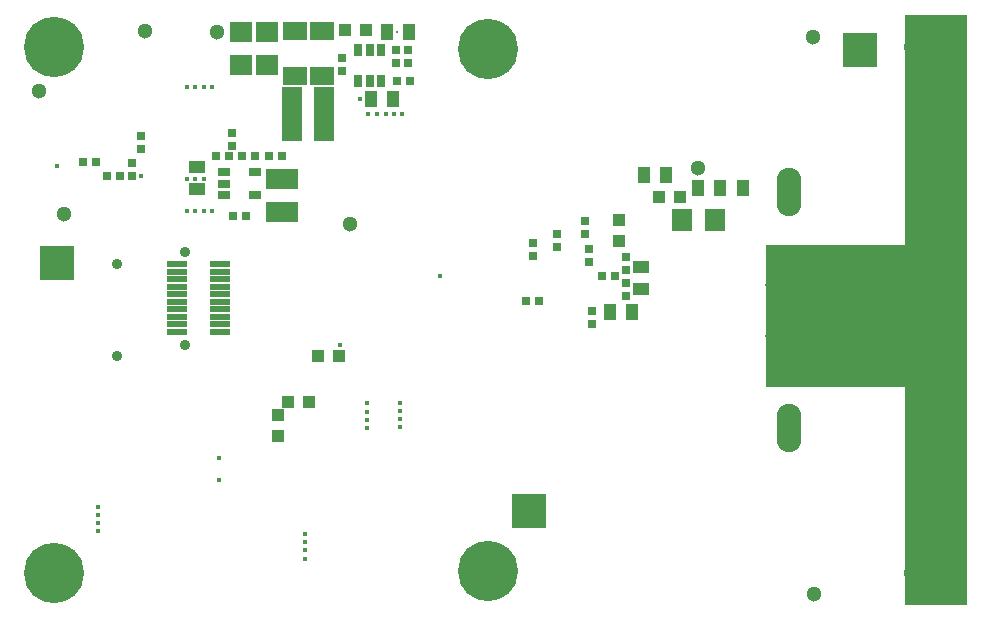
<source format=gbs>
G04 Layer_Color=16711935*
%FSLAX44Y44*%
%MOMM*%
G71*
G01*
G75*
%ADD73C,0.8000*%
%ADD105R,3.0000X3.0000*%
%ADD109R,1.0000X1.1000*%
%ADD111R,0.7000X0.7000*%
%ADD112R,0.7000X0.7000*%
%ADD113R,1.7000X0.5000*%
%ADD114R,1.7000X0.5000*%
%ADD129R,1.1000X1.0000*%
%ADD130R,1.1000X1.4000*%
%ADD133R,1.7000X4.6000*%
%ADD134R,1.4000X1.1000*%
%ADD136R,1.9000X1.7000*%
%ADD144R,2.8000X1.7000*%
%ADD146R,1.7000X1.9000*%
%ADD147C,0.9000*%
%ADD148C,5.1000*%
%ADD149R,3.8000X5.1000*%
%ADD150C,1.3000*%
%ADD151O,2.1000X4.1000*%
%ADD152R,16.9500X12.0000*%
%ADD153R,5.3000X50.0000*%
%ADD154R,2.0000X1.5000*%
%ADD155R,0.8000X1.1000*%
%ADD156R,1.1000X0.8000*%
%ADD157R,1.1000X0.8000*%
%ADD158C,0.4500*%
%ADD159C,0.2000*%
D73*
X634022Y270736D02*
D03*
Y227936D02*
D03*
X664022Y270736D02*
D03*
Y227936D02*
D03*
D105*
X30000Y290000D02*
D03*
X430000Y80000D02*
D03*
X710000Y470000D02*
D03*
D109*
X292000Y487000D02*
D03*
X274000D02*
D03*
X540000Y346000D02*
D03*
X558000D02*
D03*
X251000Y211000D02*
D03*
X269000D02*
D03*
X244000Y172000D02*
D03*
X226000D02*
D03*
D111*
X318000Y443500D02*
D03*
X329000D02*
D03*
X179500Y329500D02*
D03*
X190500D02*
D03*
X72500Y363000D02*
D03*
X83500D02*
D03*
X491500Y279000D02*
D03*
X502500D02*
D03*
X186750Y380000D02*
D03*
X197750D02*
D03*
X220500D02*
D03*
X209500D02*
D03*
X438000Y258000D02*
D03*
X427000D02*
D03*
X52000Y375000D02*
D03*
X63000D02*
D03*
X175500Y380000D02*
D03*
X164500D02*
D03*
D112*
X327500Y459000D02*
D03*
Y470000D02*
D03*
X317000Y470000D02*
D03*
Y459000D02*
D03*
X272000Y452000D02*
D03*
Y463000D02*
D03*
X477500Y325135D02*
D03*
Y314135D02*
D03*
X101000Y386000D02*
D03*
Y397000D02*
D03*
X178500Y399500D02*
D03*
Y388500D02*
D03*
X512000Y284000D02*
D03*
Y295000D02*
D03*
X433500Y295500D02*
D03*
Y306500D02*
D03*
X512000Y262000D02*
D03*
Y273000D02*
D03*
X483000Y238000D02*
D03*
Y249000D02*
D03*
X93500Y363000D02*
D03*
Y374000D02*
D03*
X453500Y303500D02*
D03*
Y314500D02*
D03*
X480500Y291000D02*
D03*
Y302000D02*
D03*
D113*
X132000Y288575D02*
D03*
X168000D02*
D03*
X132000Y282225D02*
D03*
X168000D02*
D03*
X132000Y275875D02*
D03*
X168000D02*
D03*
X132000Y269525D02*
D03*
X168000D02*
D03*
X132000Y263175D02*
D03*
X168000D02*
D03*
D114*
X132000Y256825D02*
D03*
X168000D02*
D03*
X132000Y250475D02*
D03*
X168000D02*
D03*
X132000Y244125D02*
D03*
X168000D02*
D03*
X132000Y237775D02*
D03*
X168000D02*
D03*
Y231425D02*
D03*
X132000D02*
D03*
D129*
X217500Y161000D02*
D03*
Y143000D02*
D03*
X506500Y308500D02*
D03*
Y326500D02*
D03*
D130*
X592000Y353500D02*
D03*
X611000D02*
D03*
X309500Y485000D02*
D03*
X328500D02*
D03*
X296000Y429000D02*
D03*
X315000D02*
D03*
X592000Y353500D02*
D03*
X573000D02*
D03*
X546000Y364500D02*
D03*
X527000D02*
D03*
X517500Y248000D02*
D03*
X498500D02*
D03*
D133*
X256500Y416000D02*
D03*
X229500D02*
D03*
D134*
X525000Y286500D02*
D03*
Y267500D02*
D03*
X149000Y371000D02*
D03*
Y352000D02*
D03*
D136*
X186000Y457000D02*
D03*
Y485000D02*
D03*
X208500D02*
D03*
Y457000D02*
D03*
D144*
X221000Y361000D02*
D03*
Y333000D02*
D03*
D146*
X587500Y326000D02*
D03*
X559500D02*
D03*
D147*
X81000Y210750D02*
D03*
Y289250D02*
D03*
X139000Y220750D02*
D03*
Y299250D02*
D03*
D148*
X395500Y29000D02*
D03*
X27500Y473000D02*
D03*
X772500D02*
D03*
X395500Y471000D02*
D03*
X27500Y27000D02*
D03*
X772500D02*
D03*
D149*
X649022Y249336D02*
D03*
D150*
X671000Y9500D02*
D03*
X105000Y486000D02*
D03*
X166000Y485000D02*
D03*
X278000Y322500D02*
D03*
X15000Y435000D02*
D03*
X573000Y370000D02*
D03*
X670500Y481000D02*
D03*
X36000Y331000D02*
D03*
D151*
X650000Y150000D02*
D03*
Y350000D02*
D03*
D152*
X715250Y245000D02*
D03*
D153*
X774500Y250000D02*
D03*
D154*
X255000Y448000D02*
D03*
Y486000D02*
D03*
X231500Y448000D02*
D03*
Y486000D02*
D03*
D155*
X295000Y470000D02*
D03*
X285500D02*
D03*
Y444000D02*
D03*
X295000D02*
D03*
X304500D02*
D03*
Y470000D02*
D03*
D156*
X172000Y357000D02*
D03*
Y366500D02*
D03*
X198000Y347500D02*
D03*
Y366500D02*
D03*
D157*
X172000Y347500D02*
D03*
D158*
X286500Y429000D02*
D03*
X101000Y363499D02*
D03*
X269499Y220500D02*
D03*
X167500Y106000D02*
D03*
Y125000D02*
D03*
X320500Y157500D02*
D03*
X320500Y150500D02*
D03*
X320500Y164500D02*
D03*
Y171500D02*
D03*
X292500Y157000D02*
D03*
X292500Y150000D02*
D03*
X292500Y164000D02*
D03*
Y171000D02*
D03*
X65000Y76500D02*
D03*
X65000Y83500D02*
D03*
X65000Y69500D02*
D03*
Y62500D02*
D03*
X240500Y39500D02*
D03*
Y46500D02*
D03*
X240500Y60500D02*
D03*
X240500Y53500D02*
D03*
X154500Y361000D02*
D03*
X147500D02*
D03*
X140500D02*
D03*
X154500Y333500D02*
D03*
X161500D02*
D03*
X147500D02*
D03*
X140500D02*
D03*
X161500Y438500D02*
D03*
X154500D02*
D03*
X140500D02*
D03*
X147500D02*
D03*
X322500Y416000D02*
D03*
X315500D02*
D03*
X308500D02*
D03*
X301500D02*
D03*
X293500D02*
D03*
X30500Y371500D02*
D03*
X354500Y279000D02*
D03*
D159*
X611000Y353500D02*
D03*
X318500Y485000D02*
D03*
X477500Y325500D02*
D03*
X511000Y263000D02*
D03*
X454000Y303500D02*
D03*
X433750Y307250D02*
D03*
X482000Y249500D02*
D03*
X438500Y256793D02*
D03*
M02*

</source>
